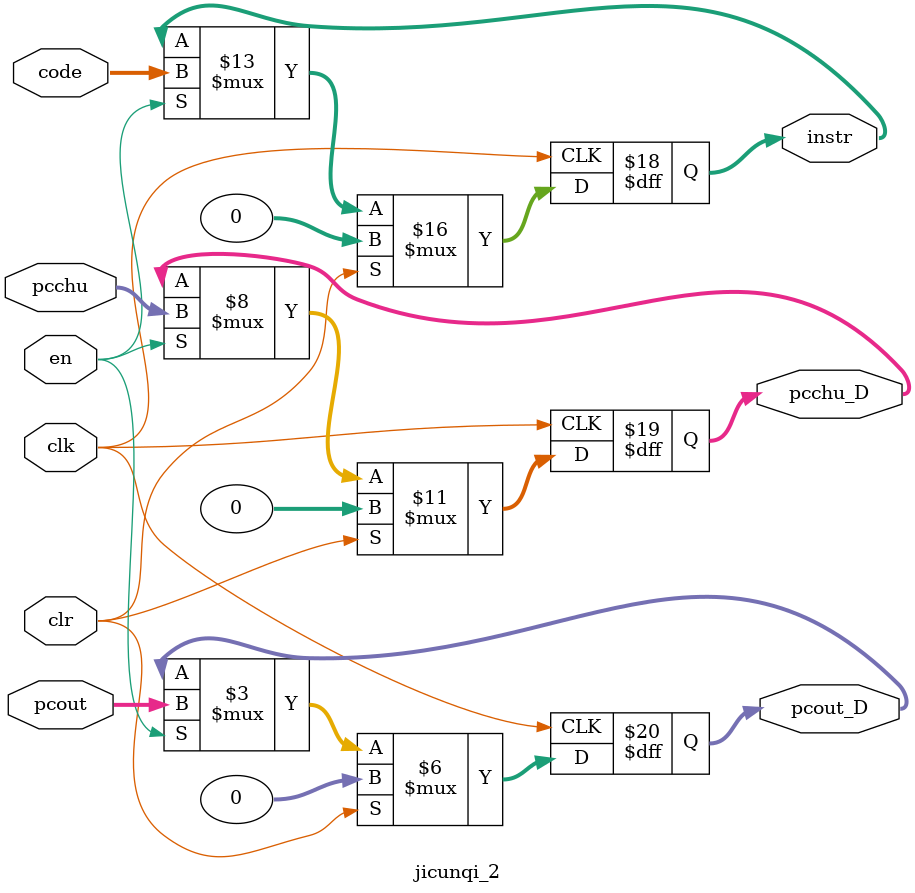
<source format=v>
`timescale 1ns / 1ps
module jicunqi_2(
    input  clk,
    input  clr,
    input en,
    input [31:0] code,
	 input [31:0] pcchu,
	 input [31:0] pcout,
    output reg [31:0] instr,
	 output reg [31:0] pcchu_D,
	 output reg [31:0] pcout_D
    );
	 initial begin
		instr = 0;
		pcchu_D = 0;
		pcout_D = 0;
	 end
	 always @(posedge clk)begin
		if(clr)begin
			pcchu_D <= 0;
			pcout_D <= 0;
			instr <= 0;
		end
		else begin
			if(en)begin
				instr <= code;
				pcchu_D <= pcchu;
				pcout_D <= pcout;
			end
		end
	 end


endmodule

</source>
